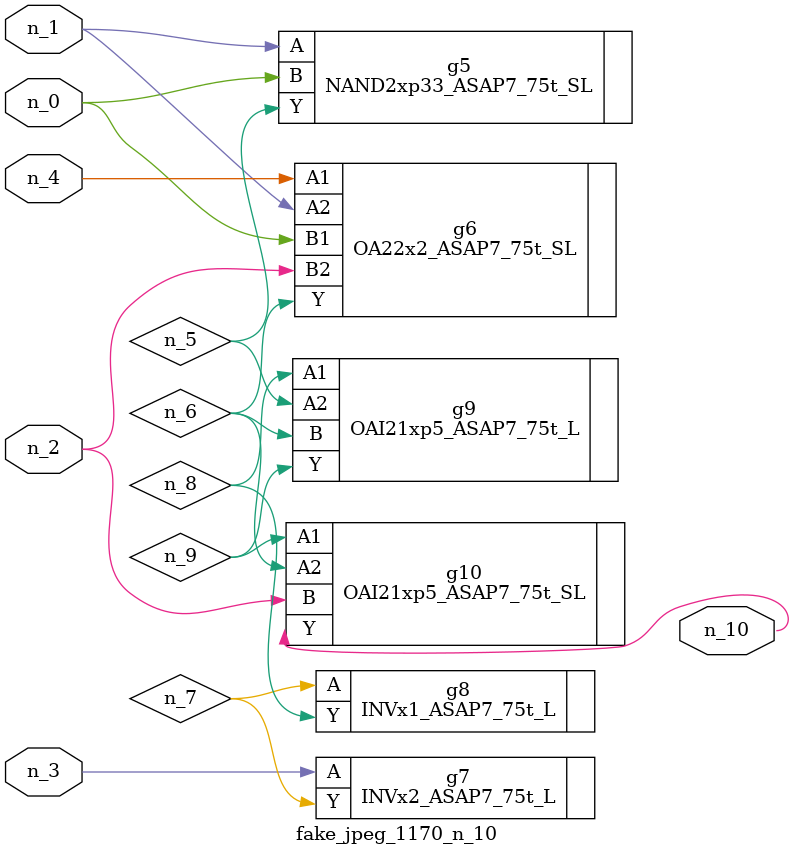
<source format=v>
module fake_jpeg_1170_n_10 (n_3, n_2, n_1, n_0, n_4, n_10);

input n_3;
input n_2;
input n_1;
input n_0;
input n_4;

output n_10;

wire n_8;
wire n_9;
wire n_6;
wire n_5;
wire n_7;

NAND2xp33_ASAP7_75t_SL g5 ( 
.A(n_1),
.B(n_0),
.Y(n_5)
);

OA22x2_ASAP7_75t_SL g6 ( 
.A1(n_4),
.A2(n_1),
.B1(n_0),
.B2(n_2),
.Y(n_6)
);

INVx2_ASAP7_75t_L g7 ( 
.A(n_3),
.Y(n_7)
);

INVx1_ASAP7_75t_L g8 ( 
.A(n_7),
.Y(n_8)
);

OAI21xp5_ASAP7_75t_L g9 ( 
.A1(n_8),
.A2(n_5),
.B(n_6),
.Y(n_9)
);

OAI21xp5_ASAP7_75t_SL g10 ( 
.A1(n_9),
.A2(n_6),
.B(n_2),
.Y(n_10)
);


endmodule
</source>
